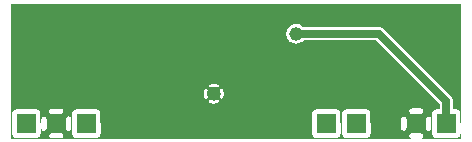
<source format=gbr>
G04 start of page 3 for group 5 idx 5 *
G04 Title: (unknown), bottom *
G04 Creator: pcb 20140316 *
G04 CreationDate: Mon 31 Jul 2017 07:56:20 GMT UTC *
G04 For: harold *
G04 Format: Gerber/RS-274X *
G04 PCB-Dimensions (mil): 6000.00 5000.00 *
G04 PCB-Coordinate-Origin: lower left *
%MOIN*%
%FSLAX25Y25*%
%LNBOTTOM*%
%ADD24C,0.0340*%
%ADD23C,0.0200*%
%ADD22C,0.0460*%
%ADD21C,0.0250*%
%ADD20C,0.0001*%
G54D20*G36*
X239150Y310000D02*X250000D01*
Y265000D01*
X239150D01*
Y267647D01*
X239291Y267658D01*
X239429Y267691D01*
X239560Y267746D01*
X239681Y267820D01*
X239788Y267912D01*
X239880Y268019D01*
X239954Y268140D01*
X240009Y268271D01*
X240042Y268409D01*
X240050Y268550D01*
Y271450D01*
X240042Y271591D01*
X240009Y271729D01*
X239954Y271860D01*
X239880Y271981D01*
X239788Y272088D01*
X239681Y272180D01*
X239560Y272254D01*
X239429Y272309D01*
X239291Y272342D01*
X239150Y272353D01*
Y280168D01*
X242750Y276568D01*
Y274739D01*
X241515Y274736D01*
X241285Y274681D01*
X241067Y274591D01*
X240866Y274467D01*
X240686Y274314D01*
X240533Y274134D01*
X240409Y273933D01*
X240319Y273715D01*
X240264Y273485D01*
X240250Y273250D01*
X240264Y266515D01*
X240319Y266285D01*
X240409Y266067D01*
X240533Y265866D01*
X240686Y265686D01*
X240866Y265533D01*
X241067Y265409D01*
X241285Y265319D01*
X241515Y265264D01*
X241750Y265250D01*
X248485Y265264D01*
X248715Y265319D01*
X248933Y265409D01*
X249134Y265533D01*
X249314Y265686D01*
X249467Y265866D01*
X249591Y266067D01*
X249681Y266285D01*
X249736Y266515D01*
X249750Y266750D01*
X249736Y273485D01*
X249681Y273715D01*
X249591Y273933D01*
X249467Y274134D01*
X249314Y274314D01*
X249134Y274467D01*
X248933Y274591D01*
X248715Y274681D01*
X248485Y274736D01*
X248250Y274750D01*
X247250Y274748D01*
Y277412D01*
X247257Y277500D01*
X247229Y277853D01*
X247146Y278197D01*
X247107Y278293D01*
X247011Y278525D01*
X246896Y278712D01*
X246826Y278827D01*
X246826Y278827D01*
X246596Y279096D01*
X246529Y279153D01*
X239150Y286532D01*
Y310000D01*
G37*
G36*
Y265000D02*X236750D01*
X236860Y265046D01*
X236981Y265120D01*
X237088Y265212D01*
X237180Y265319D01*
X237254Y265440D01*
X237309Y265571D01*
X237342Y265709D01*
X237353Y265850D01*
X237342Y265991D01*
X237309Y266129D01*
X237254Y266260D01*
X237180Y266381D01*
X237088Y266488D01*
X236981Y266580D01*
X236860Y266654D01*
X236729Y266709D01*
X236591Y266742D01*
X236450Y266750D01*
X235000D01*
Y273250D01*
X236450D01*
X236591Y273258D01*
X236729Y273291D01*
X236860Y273346D01*
X236981Y273420D01*
X237088Y273512D01*
X237180Y273619D01*
X237254Y273740D01*
X237309Y273871D01*
X237342Y274009D01*
X237353Y274150D01*
X237342Y274291D01*
X237309Y274429D01*
X237254Y274560D01*
X237180Y274681D01*
X237088Y274788D01*
X236981Y274880D01*
X236860Y274954D01*
X236729Y275009D01*
X236591Y275042D01*
X236450Y275050D01*
X235000D01*
Y284318D01*
X239150Y280168D01*
Y272353D01*
X239009Y272342D01*
X238871Y272309D01*
X238740Y272254D01*
X238619Y272180D01*
X238512Y272088D01*
X238420Y271981D01*
X238346Y271860D01*
X238291Y271729D01*
X238258Y271591D01*
X238250Y271450D01*
Y268550D01*
X238258Y268409D01*
X238291Y268271D01*
X238346Y268140D01*
X238420Y268019D01*
X238512Y267912D01*
X238619Y267820D01*
X238740Y267746D01*
X238871Y267691D01*
X239009Y267658D01*
X239150Y267647D01*
Y265000D01*
G37*
G36*
X235000Y266750D02*X233550D01*
X233409Y266742D01*
X233271Y266709D01*
X233140Y266654D01*
X233019Y266580D01*
X232912Y266488D01*
X232820Y266381D01*
X232746Y266260D01*
X232691Y266129D01*
X232658Y265991D01*
X232647Y265850D01*
X232658Y265709D01*
X232691Y265571D01*
X232746Y265440D01*
X232820Y265319D01*
X232912Y265212D01*
X233019Y265120D01*
X233140Y265046D01*
X233250Y265000D01*
X230850D01*
Y267647D01*
X230991Y267658D01*
X231129Y267691D01*
X231260Y267746D01*
X231381Y267820D01*
X231488Y267912D01*
X231580Y268019D01*
X231654Y268140D01*
X231709Y268271D01*
X231742Y268409D01*
X231750Y268550D01*
Y271450D01*
X231742Y271591D01*
X231709Y271729D01*
X231654Y271860D01*
X231580Y271981D01*
X231488Y272088D01*
X231381Y272180D01*
X231260Y272254D01*
X231129Y272309D01*
X230991Y272342D01*
X230850Y272353D01*
Y288468D01*
X235000Y284318D01*
Y275050D01*
X233550D01*
X233409Y275042D01*
X233271Y275009D01*
X233140Y274954D01*
X233019Y274880D01*
X232912Y274788D01*
X232820Y274681D01*
X232746Y274560D01*
X232691Y274429D01*
X232658Y274291D01*
X232647Y274150D01*
X232658Y274009D01*
X232691Y273871D01*
X232746Y273740D01*
X232820Y273619D01*
X232912Y273512D01*
X233019Y273420D01*
X233140Y273346D01*
X233271Y273291D01*
X233409Y273258D01*
X233550Y273250D01*
X235000D01*
Y266750D01*
G37*
G36*
X230850Y265000D02*X220720D01*
Y297750D01*
X221568D01*
X230850Y288468D01*
Y272353D01*
X230709Y272342D01*
X230571Y272309D01*
X230440Y272254D01*
X230319Y272180D01*
X230212Y272088D01*
X230120Y271981D01*
X230046Y271860D01*
X229991Y271729D01*
X229958Y271591D01*
X229950Y271450D01*
Y268550D01*
X229958Y268409D01*
X229991Y268271D01*
X230046Y268140D01*
X230120Y268019D01*
X230212Y267912D01*
X230319Y267820D01*
X230440Y267746D01*
X230571Y267691D01*
X230709Y267658D01*
X230850Y267647D01*
Y265000D01*
G37*
G36*
X220720Y310000D02*X239150D01*
Y286532D01*
X224153Y301529D01*
X224096Y301596D01*
X223827Y301826D01*
X223525Y302011D01*
X223197Y302146D01*
X222853Y302229D01*
X222853Y302229D01*
X222500Y302257D01*
X222412Y302250D01*
X220720D01*
Y310000D01*
G37*
G36*
X215000Y297750D02*X220720D01*
Y265000D01*
X215000D01*
Y265257D01*
X218485Y265264D01*
X218715Y265319D01*
X218933Y265409D01*
X219134Y265533D01*
X219314Y265686D01*
X219467Y265866D01*
X219591Y266067D01*
X219681Y266285D01*
X219736Y266515D01*
X219750Y266750D01*
X219736Y273485D01*
X219681Y273715D01*
X219591Y273933D01*
X219467Y274134D01*
X219314Y274314D01*
X219134Y274467D01*
X218933Y274591D01*
X218715Y274681D01*
X218485Y274736D01*
X218250Y274750D01*
X215000Y274743D01*
Y297750D01*
G37*
G36*
X205000D02*X215000D01*
Y274743D01*
X211515Y274736D01*
X211285Y274681D01*
X211067Y274591D01*
X210866Y274467D01*
X210686Y274314D01*
X210533Y274134D01*
X210409Y273933D01*
X210319Y273715D01*
X210264Y273485D01*
X210250Y273250D01*
X210264Y266515D01*
X210319Y266285D01*
X210409Y266067D01*
X210533Y265866D01*
X210686Y265686D01*
X210866Y265533D01*
X211067Y265409D01*
X211285Y265319D01*
X211515Y265264D01*
X211750Y265250D01*
X215000Y265257D01*
Y265000D01*
X205000D01*
Y265257D01*
X208485Y265264D01*
X208715Y265319D01*
X208933Y265409D01*
X209134Y265533D01*
X209314Y265686D01*
X209467Y265866D01*
X209591Y266067D01*
X209681Y266285D01*
X209736Y266515D01*
X209750Y266750D01*
X209736Y273485D01*
X209681Y273715D01*
X209591Y273933D01*
X209467Y274134D01*
X209314Y274314D01*
X209134Y274467D01*
X208933Y274591D01*
X208715Y274681D01*
X208485Y274736D01*
X208250Y274750D01*
X205000Y274743D01*
Y297750D01*
G37*
G36*
Y310000D02*X220720D01*
Y302250D01*
X205000D01*
Y310000D01*
G37*
G36*
X170172D02*X205000D01*
Y302250D01*
X197418D01*
X197341Y302341D01*
X196946Y302678D01*
X196503Y302949D01*
X196023Y303148D01*
X195518Y303269D01*
X195000Y303310D01*
X194482Y303269D01*
X193977Y303148D01*
X193497Y302949D01*
X193054Y302678D01*
X192659Y302341D01*
X192322Y301946D01*
X192051Y301503D01*
X191852Y301023D01*
X191731Y300518D01*
X191690Y300000D01*
X191731Y299482D01*
X191852Y298977D01*
X192051Y298497D01*
X192322Y298054D01*
X192659Y297659D01*
X193054Y297322D01*
X193497Y297051D01*
X193977Y296852D01*
X194482Y296731D01*
X195000Y296690D01*
X195518Y296731D01*
X196023Y296852D01*
X196503Y297051D01*
X196946Y297322D01*
X197341Y297659D01*
X197418Y297750D01*
X205000D01*
Y274743D01*
X201515Y274736D01*
X201285Y274681D01*
X201067Y274591D01*
X200866Y274467D01*
X200686Y274314D01*
X200533Y274134D01*
X200409Y273933D01*
X200319Y273715D01*
X200264Y273485D01*
X200250Y273250D01*
X200264Y266515D01*
X200319Y266285D01*
X200409Y266067D01*
X200533Y265866D01*
X200686Y265686D01*
X200866Y265533D01*
X201067Y265409D01*
X201285Y265319D01*
X201515Y265264D01*
X201750Y265250D01*
X205000Y265257D01*
Y265000D01*
X170172D01*
Y278353D01*
X170222Y278367D01*
X170294Y278401D01*
X170359Y278444D01*
X170417Y278498D01*
X170465Y278560D01*
X170502Y278630D01*
X170622Y278920D01*
X170711Y279221D01*
X170770Y279530D01*
X170800Y279843D01*
Y280157D01*
X170770Y280470D01*
X170711Y280779D01*
X170622Y281080D01*
X170505Y281372D01*
X170467Y281441D01*
X170419Y281504D01*
X170361Y281558D01*
X170295Y281602D01*
X170223Y281635D01*
X170172Y281650D01*
Y310000D01*
G37*
G36*
X167501D02*X170172D01*
Y281650D01*
X170147Y281657D01*
X170069Y281666D01*
X169990Y281664D01*
X169912Y281649D01*
X169838Y281621D01*
X169769Y281583D01*
X169706Y281534D01*
X169652Y281476D01*
X169608Y281411D01*
X169575Y281339D01*
X169553Y281263D01*
X169543Y281184D01*
X169546Y281105D01*
X169561Y281028D01*
X169590Y280954D01*
X169674Y280752D01*
X169735Y280542D01*
X169777Y280327D01*
X169797Y280109D01*
Y279891D01*
X169777Y279673D01*
X169735Y279458D01*
X169674Y279248D01*
X169592Y279045D01*
X169564Y278972D01*
X169549Y278894D01*
X169546Y278816D01*
X169556Y278738D01*
X169577Y278662D01*
X169610Y278591D01*
X169654Y278525D01*
X169708Y278468D01*
X169770Y278419D01*
X169839Y278381D01*
X169913Y278354D01*
X169990Y278339D01*
X170069Y278336D01*
X170147Y278346D01*
X170172Y278353D01*
Y265000D01*
X167501D01*
Y276700D01*
X167657D01*
X167970Y276730D01*
X168279Y276789D01*
X168580Y276878D01*
X168872Y276995D01*
X168941Y277033D01*
X169004Y277081D01*
X169058Y277139D01*
X169102Y277205D01*
X169135Y277277D01*
X169157Y277353D01*
X169166Y277431D01*
X169164Y277510D01*
X169149Y277588D01*
X169121Y277662D01*
X169083Y277731D01*
X169034Y277794D01*
X168976Y277848D01*
X168911Y277892D01*
X168839Y277925D01*
X168763Y277947D01*
X168684Y277957D01*
X168605Y277954D01*
X168528Y277939D01*
X168454Y277910D01*
X168252Y277826D01*
X168042Y277765D01*
X167827Y277723D01*
X167609Y277703D01*
X167501D01*
Y282297D01*
X167609D01*
X167827Y282277D01*
X168042Y282235D01*
X168252Y282174D01*
X168455Y282092D01*
X168528Y282064D01*
X168606Y282049D01*
X168684Y282046D01*
X168762Y282056D01*
X168838Y282077D01*
X168909Y282110D01*
X168975Y282154D01*
X169032Y282208D01*
X169081Y282270D01*
X169119Y282339D01*
X169146Y282413D01*
X169161Y282490D01*
X169164Y282569D01*
X169154Y282647D01*
X169133Y282722D01*
X169099Y282794D01*
X169056Y282859D01*
X169002Y282917D01*
X168940Y282965D01*
X168870Y283002D01*
X168580Y283122D01*
X168279Y283211D01*
X167970Y283270D01*
X167657Y283300D01*
X167501D01*
Y310000D01*
G37*
G36*
X164828D02*X167501D01*
Y283300D01*
X167343D01*
X167030Y283270D01*
X166721Y283211D01*
X166420Y283122D01*
X166128Y283005D01*
X166059Y282967D01*
X165996Y282919D01*
X165942Y282861D01*
X165898Y282795D01*
X165865Y282723D01*
X165843Y282647D01*
X165834Y282569D01*
X165836Y282490D01*
X165851Y282412D01*
X165879Y282338D01*
X165917Y282269D01*
X165966Y282206D01*
X166024Y282152D01*
X166089Y282108D01*
X166161Y282075D01*
X166237Y282053D01*
X166316Y282043D01*
X166395Y282046D01*
X166472Y282061D01*
X166546Y282090D01*
X166748Y282174D01*
X166958Y282235D01*
X167173Y282277D01*
X167391Y282297D01*
X167501D01*
Y277703D01*
X167391D01*
X167173Y277723D01*
X166958Y277765D01*
X166748Y277826D01*
X166545Y277908D01*
X166472Y277936D01*
X166394Y277951D01*
X166316Y277954D01*
X166238Y277944D01*
X166162Y277923D01*
X166091Y277890D01*
X166025Y277846D01*
X165968Y277792D01*
X165919Y277730D01*
X165881Y277661D01*
X165854Y277587D01*
X165839Y277510D01*
X165836Y277431D01*
X165846Y277353D01*
X165867Y277278D01*
X165901Y277206D01*
X165944Y277141D01*
X165998Y277083D01*
X166060Y277035D01*
X166130Y276998D01*
X166420Y276878D01*
X166721Y276789D01*
X167030Y276730D01*
X167343Y276700D01*
X167501D01*
Y265000D01*
X164828D01*
Y278350D01*
X164853Y278343D01*
X164931Y278334D01*
X165010Y278336D01*
X165088Y278351D01*
X165162Y278379D01*
X165231Y278417D01*
X165294Y278466D01*
X165348Y278524D01*
X165392Y278589D01*
X165425Y278661D01*
X165447Y278737D01*
X165457Y278816D01*
X165454Y278895D01*
X165439Y278972D01*
X165410Y279046D01*
X165326Y279248D01*
X165265Y279458D01*
X165223Y279673D01*
X165203Y279891D01*
Y280109D01*
X165223Y280327D01*
X165265Y280542D01*
X165326Y280752D01*
X165408Y280955D01*
X165436Y281028D01*
X165451Y281106D01*
X165454Y281184D01*
X165444Y281262D01*
X165423Y281338D01*
X165390Y281409D01*
X165346Y281475D01*
X165292Y281532D01*
X165230Y281581D01*
X165161Y281619D01*
X165087Y281646D01*
X165010Y281661D01*
X164931Y281664D01*
X164853Y281654D01*
X164828Y281647D01*
Y310000D01*
G37*
G36*
X125000D02*X164828D01*
Y281647D01*
X164778Y281633D01*
X164706Y281599D01*
X164641Y281556D01*
X164583Y281502D01*
X164535Y281440D01*
X164498Y281370D01*
X164378Y281080D01*
X164289Y280779D01*
X164230Y280470D01*
X164200Y280157D01*
Y279843D01*
X164230Y279530D01*
X164289Y279221D01*
X164378Y278920D01*
X164495Y278628D01*
X164533Y278559D01*
X164581Y278496D01*
X164639Y278442D01*
X164705Y278398D01*
X164777Y278365D01*
X164828Y278350D01*
Y265000D01*
X125000D01*
Y265257D01*
X128485Y265264D01*
X128715Y265319D01*
X128933Y265409D01*
X129134Y265533D01*
X129314Y265686D01*
X129467Y265866D01*
X129591Y266067D01*
X129681Y266285D01*
X129736Y266515D01*
X129750Y266750D01*
X129736Y273485D01*
X129681Y273715D01*
X129591Y273933D01*
X129467Y274134D01*
X129314Y274314D01*
X129134Y274467D01*
X128933Y274591D01*
X128715Y274681D01*
X128485Y274736D01*
X128250Y274750D01*
X125000Y274743D01*
Y310000D01*
G37*
G36*
X119100D02*X125000D01*
Y274743D01*
X121515Y274736D01*
X121285Y274681D01*
X121067Y274591D01*
X120866Y274467D01*
X120686Y274314D01*
X120533Y274134D01*
X120409Y273933D01*
X120319Y273715D01*
X120264Y273485D01*
X120250Y273250D01*
X120264Y266515D01*
X120319Y266285D01*
X120409Y266067D01*
X120533Y265866D01*
X120686Y265686D01*
X120866Y265533D01*
X121067Y265409D01*
X121285Y265319D01*
X121515Y265264D01*
X121750Y265250D01*
X125000Y265257D01*
Y265000D01*
X119100D01*
Y267597D01*
X119233Y267608D01*
X119363Y267639D01*
X119487Y267690D01*
X119601Y267760D01*
X119703Y267847D01*
X119790Y267949D01*
X119860Y268063D01*
X119911Y268187D01*
X119942Y268317D01*
X119950Y268450D01*
Y271550D01*
X119942Y271683D01*
X119911Y271813D01*
X119860Y271937D01*
X119790Y272051D01*
X119703Y272153D01*
X119601Y272240D01*
X119487Y272310D01*
X119363Y272361D01*
X119233Y272392D01*
X119100Y272403D01*
Y310000D01*
G37*
G36*
X115000D02*X119100D01*
Y272403D01*
X118967Y272392D01*
X118837Y272361D01*
X118713Y272310D01*
X118599Y272240D01*
X118497Y272153D01*
X118410Y272051D01*
X118340Y271937D01*
X118289Y271813D01*
X118258Y271683D01*
X118250Y271550D01*
Y268450D01*
X118258Y268317D01*
X118289Y268187D01*
X118340Y268063D01*
X118410Y267949D01*
X118497Y267847D01*
X118599Y267760D01*
X118713Y267690D01*
X118837Y267639D01*
X118967Y267608D01*
X119100Y267597D01*
Y265000D01*
X115000D01*
Y265050D01*
X116550D01*
X116683Y265058D01*
X116813Y265089D01*
X116937Y265140D01*
X117051Y265210D01*
X117153Y265297D01*
X117240Y265399D01*
X117310Y265513D01*
X117361Y265637D01*
X117392Y265767D01*
X117403Y265900D01*
X117392Y266033D01*
X117361Y266163D01*
X117310Y266287D01*
X117240Y266401D01*
X117153Y266503D01*
X117051Y266590D01*
X116937Y266660D01*
X116813Y266711D01*
X116683Y266742D01*
X116550Y266750D01*
X115000D01*
Y273250D01*
X116550D01*
X116683Y273258D01*
X116813Y273289D01*
X116937Y273340D01*
X117051Y273410D01*
X117153Y273497D01*
X117240Y273599D01*
X117310Y273713D01*
X117361Y273837D01*
X117392Y273967D01*
X117403Y274100D01*
X117392Y274233D01*
X117361Y274363D01*
X117310Y274487D01*
X117240Y274601D01*
X117153Y274703D01*
X117051Y274790D01*
X116937Y274860D01*
X116813Y274911D01*
X116683Y274942D01*
X116550Y274950D01*
X115000D01*
Y310000D01*
G37*
G36*
X110900D02*X115000D01*
Y274950D01*
X113450D01*
X113317Y274942D01*
X113187Y274911D01*
X113063Y274860D01*
X112949Y274790D01*
X112847Y274703D01*
X112760Y274601D01*
X112690Y274487D01*
X112639Y274363D01*
X112608Y274233D01*
X112597Y274100D01*
X112608Y273967D01*
X112639Y273837D01*
X112690Y273713D01*
X112760Y273599D01*
X112847Y273497D01*
X112949Y273410D01*
X113063Y273340D01*
X113187Y273289D01*
X113317Y273258D01*
X113450Y273250D01*
X115000D01*
Y266750D01*
X113450D01*
X113317Y266742D01*
X113187Y266711D01*
X113063Y266660D01*
X112949Y266590D01*
X112847Y266503D01*
X112760Y266401D01*
X112690Y266287D01*
X112639Y266163D01*
X112608Y266033D01*
X112597Y265900D01*
X112608Y265767D01*
X112639Y265637D01*
X112690Y265513D01*
X112760Y265399D01*
X112847Y265297D01*
X112949Y265210D01*
X113063Y265140D01*
X113187Y265089D01*
X113317Y265058D01*
X113450Y265050D01*
X115000D01*
Y265000D01*
X110900D01*
Y267597D01*
X111033Y267608D01*
X111163Y267639D01*
X111287Y267690D01*
X111401Y267760D01*
X111503Y267847D01*
X111590Y267949D01*
X111660Y268063D01*
X111711Y268187D01*
X111742Y268317D01*
X111750Y268450D01*
Y271550D01*
X111742Y271683D01*
X111711Y271813D01*
X111660Y271937D01*
X111590Y272051D01*
X111503Y272153D01*
X111401Y272240D01*
X111287Y272310D01*
X111163Y272361D01*
X111033Y272392D01*
X110900Y272403D01*
Y310000D01*
G37*
G36*
X105000D02*X110900D01*
Y272403D01*
X110767Y272392D01*
X110637Y272361D01*
X110513Y272310D01*
X110399Y272240D01*
X110297Y272153D01*
X110210Y272051D01*
X110140Y271937D01*
X110089Y271813D01*
X110058Y271683D01*
X110050Y271550D01*
Y268450D01*
X110058Y268317D01*
X110089Y268187D01*
X110140Y268063D01*
X110210Y267949D01*
X110297Y267847D01*
X110399Y267760D01*
X110513Y267690D01*
X110637Y267639D01*
X110767Y267608D01*
X110900Y267597D01*
Y265000D01*
X105000D01*
Y265257D01*
X108485Y265264D01*
X108715Y265319D01*
X108933Y265409D01*
X109134Y265533D01*
X109314Y265686D01*
X109467Y265866D01*
X109591Y266067D01*
X109681Y266285D01*
X109736Y266515D01*
X109750Y266750D01*
X109736Y273485D01*
X109681Y273715D01*
X109591Y273933D01*
X109467Y274134D01*
X109314Y274314D01*
X109134Y274467D01*
X108933Y274591D01*
X108715Y274681D01*
X108485Y274736D01*
X108250Y274750D01*
X105000Y274743D01*
Y310000D01*
G37*
G36*
X100000D02*X105000D01*
Y274743D01*
X101515Y274736D01*
X101285Y274681D01*
X101067Y274591D01*
X100866Y274467D01*
X100686Y274314D01*
X100533Y274134D01*
X100409Y273933D01*
X100319Y273715D01*
X100264Y273485D01*
X100250Y273250D01*
X100264Y266515D01*
X100319Y266285D01*
X100409Y266067D01*
X100533Y265866D01*
X100686Y265686D01*
X100866Y265533D01*
X101067Y265409D01*
X101285Y265319D01*
X101515Y265264D01*
X101750Y265250D01*
X105000Y265257D01*
Y265000D01*
X100000D01*
Y310000D01*
G37*
G54D21*X245000Y270000D02*Y277500D01*
X222500Y300000D01*
X195000D01*
G54D20*G36*
X241750Y273250D02*Y266750D01*
X248250D01*
Y273250D01*
X241750D01*
G37*
G36*
X231750D02*Y266750D01*
X238250D01*
Y273250D01*
X231750D01*
G37*
G36*
X201750D02*Y266750D01*
X208250D01*
Y273250D01*
X201750D01*
G37*
G36*
X211750D02*Y266750D01*
X218250D01*
Y273250D01*
X211750D01*
G37*
G36*
X121750D02*Y266750D01*
X128250D01*
Y273250D01*
X121750D01*
G37*
G36*
X111750D02*Y266750D01*
X118250D01*
Y273250D01*
X111750D01*
G37*
G36*
X101750D02*Y266750D01*
X108250D01*
Y273250D01*
X101750D01*
G37*
G54D22*X195000Y300000D03*
X167500Y280000D03*
G54D23*G54D24*M02*

</source>
